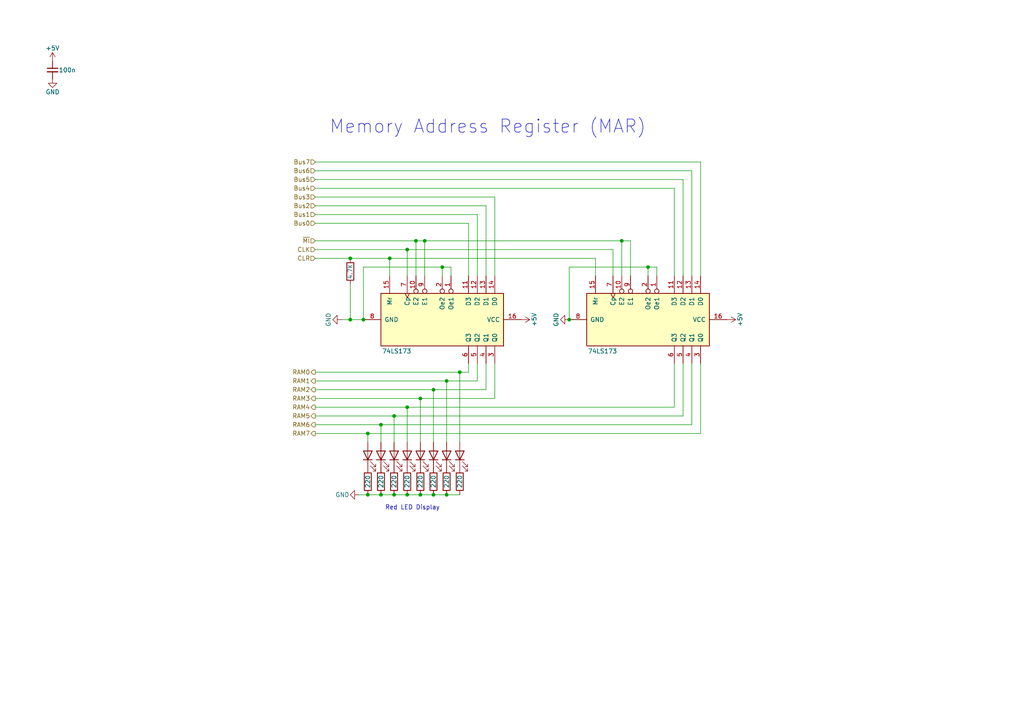
<source format=kicad_sch>
(kicad_sch (version 20250114) (generator "eeschema") (generator_version "9.0")
  (paper "A4")
  (lib_symbols
    (symbol "74xx:74LS173" (pin_names (offset 1.016))
      (property "Reference" "U" (at -7.62 19.05 0))
      (property "Value" "74LS173" (at -7.62 -19.05 0))
      (symbol "74LS173_1_0"
        (pin input line (at -12.7 15.24 0) (length 5.08) (name "D0") (number "14"))
        (pin input line (at -12.7 12.7 0) (length 5.08) (name "D1") (number "13"))
        (pin input line (at -12.7 10.16 0) (length 5.08) (name "D2") (number "12"))
        (pin input line (at -12.7 7.62 0) (length 5.08) (name "D3") (number "11"))
        (pin input inverted (at -12.7 2.54 0) (length 5.08) (name "Oe1") (number "1"))
        (pin input inverted (at -12.7 0 0) (length 5.08) (name "Oe2") (number "2"))
        (pin input inverted (at -12.7 -5.08 0) (length 5.08) (name "E1") (number "9"))
        (pin input inverted (at -12.7 -7.62 0) (length 5.08) (name "E2") (number "10"))
        (pin input clock (at -12.7 -10.16 0) (length 5.08) (name "Cp") (number "7"))
        (pin input line (at -12.7 -15.24 0) (length 5.08) (name "Mr") (number "15"))
        (pin power_in line (at 0 22.86 270) (length 5.08) (name "VCC") (number "16"))
        (pin power_in line (at 0 -22.86 90) (length 5.08) (name "GND") (number "8"))
        (pin tri_state line (at 12.7 15.24 180) (length 5.08) (name "Q0") (number "3"))
        (pin tri_state line (at 12.7 12.7 180) (length 5.08) (name "Q1") (number "4"))
        (pin tri_state line (at 12.7 10.16 180) (length 5.08) (name "Q2") (number "5"))
        (pin tri_state line (at 12.7 7.62 180) (length 5.08) (name "Q3") (number "6"))
      )
      (symbol "74LS173_1_1"
        (rectangle (start -7.62 17.78) (end 7.62 -17.78) (stroke (width 0.254)) (fill (type background)))
      )
    )
    (symbol "Device:C_Small" (pin_numbers (hide yes)) (pin_names (offset 0.254) (hide yes))
      (property "Reference" "C" (at 0.254 1.778 0))
      (property "Value" "C_Small" (at 0.254 -2.032 0))
      (symbol "C_Small_0_1"
        (polyline (pts (xy -1.524 0.508) (xy 1.524 0.508)) (stroke (width 0.3048)))
        (polyline (pts (xy -1.524 -0.508) (xy 1.524 -0.508)) (stroke (width 0.3302)))
      )
      (symbol "C_Small_1_1"
        (pin passive line (at 0 2.54 270) (length 2.032) (name "~") (number "1"))
        (pin passive line (at 0 -2.54 90) (length 2.032) (name "~") (number "2"))
      )
    )
    (symbol "Device:LED" (pin_numbers (hide yes)) (pin_names (offset 1.016) (hide yes))
      (property "Reference" "D" (at 0 2.54 0))
      (property "Value" "LED" (at 0 -2.54 0))
      (symbol "LED_0_1"
        (polyline (pts (xy -3.048 -0.762) (xy -4.572 -2.286) (xy -3.81 -2.286) (xy -4.572 -2.286) (xy -4.572 -1.524)))
        (polyline (pts (xy -1.778 -0.762) (xy -3.302 -2.286) (xy -2.54 -2.286) (xy -3.302 -2.286) (xy -3.302 -1.524)))
        (polyline (pts (xy -1.27 0) (xy 1.27 0)))
        (polyline (pts (xy -1.27 -1.27) (xy -1.27 1.27)) (stroke (width 0.254)))
        (polyline (pts (xy 1.27 -1.27) (xy 1.27 1.27) (xy -1.27 0) (xy 1.27 -1.27)) (stroke (width 0.254)))
      )
      (symbol "LED_1_1"
        (pin passive line (at -3.81 0 0) (length 2.54) (name "K") (number "1"))
        (pin passive line (at 3.81 0 180) (length 2.54) (name "A") (number "2"))
      )
    )
    (symbol "Device:R" (pin_numbers (hide yes)) (pin_names (offset 0))
      (property "Reference" "R" (at 2.032 0 90))
      (property "Value" "R" (at 0 0 90))
      (symbol "R_0_1"
        (rectangle (start -1.016 -2.54) (end 1.016 2.54) (stroke (width 0.254)))
      )
      (symbol "R_1_1"
        (pin passive line (at 0 3.81 270) (length 1.27) (name "~") (number "1"))
        (pin passive line (at 0 -3.81 90) (length 1.27) (name "~") (number "2"))
      )
    )
    (symbol "power:+5V" (power) (pin_numbers (hide yes)) (pin_names (offset 0) (hide yes))
      (property "Value" "+5V" (at 0 3.556 0))
      (symbol "+5V_0_1"
        (polyline (pts (xy -0.762 1.27) (xy 0 2.54)))
        (polyline (pts (xy 0 2.54) (xy 0.762 1.27)))
        (polyline (pts (xy 0 0) (xy 0 2.54)))
      )
      (symbol "+5V_1_1"
        (pin power_in line (at 0 0 90) (length 0) (name "~") (number "1"))
      )
    )
    (symbol "power:GND" (power) (pin_numbers (hide yes)) (pin_names (offset 0) (hide yes))
      (property "Value" "GND" (at 0 -3.81 0))
      (symbol "GND_0_1"
        (polyline (pts (xy 0 0) (xy 0 -1.27) (xy 1.27 -1.27) (xy 0 -2.54) (xy -1.27 -1.27) (xy 0 -1.27)))
      )
      (symbol "GND_1_1"
        (pin power_in line (at 0 0 270) (length 0) (name "~") (number "1"))
      )
    )
  )
  (text "Memory Address Register (MAR)" (at 141.478 36.83 0) (effects (font (size 3.81 3.81))))
  (text "Red LED Display" (at 119.634 147.32 0) (effects (font (size 1.27 1.27))))
  (junction (at 113.03 74.93))
  (junction (at 133.35 107.95))
  (junction (at 114.3 143.51))
  (junction (at 120.65 69.85))
  (junction (at 125.73 113.03))
  (junction (at 114.3 120.65))
  (junction (at 118.11 72.39))
  (junction (at 110.49 143.51))
  (junction (at 180.34 69.85))
  (junction (at 118.11 143.51))
  (junction (at 121.92 115.57))
  (junction (at 128.27 77.47))
  (junction (at 121.92 143.51))
  (junction (at 101.6 92.71))
  (junction (at 129.54 143.51))
  (junction (at 129.54 110.49))
  (junction (at 106.68 125.73))
  (junction (at 101.6 74.93))
  (junction (at 118.11 118.11))
  (junction (at 187.96 77.47))
  (junction (at 110.49 123.19))
  (junction (at 165.1 92.71))
  (junction (at 106.68 143.51))
  (junction (at 125.73 143.51))
  (junction (at 105.41 92.71))
  (junction (at 123.19 69.85))
  (wire (pts (xy 118.11 72.39) (xy 91.44 72.39)))
  (wire (pts (xy 118.11 118.11) (xy 118.11 128.27)))
  (wire (pts (xy 140.97 59.69) (xy 91.44 59.69)))
  (wire (pts (xy 113.03 74.93) (xy 101.6 74.93)))
  (wire (pts (xy 190.5 80.01) (xy 190.5 77.47)))
  (wire (pts (xy 106.68 125.73) (xy 203.2 125.73)))
  (wire (pts (xy 198.12 120.65) (xy 114.3 120.65)))
  (wire (pts (xy 198.12 105.41) (xy 198.12 120.65)))
  (wire (pts (xy 110.49 123.19) (xy 110.49 128.27)))
  (wire (pts (xy 135.89 80.01) (xy 135.89 64.77)))
  (wire (pts (xy 130.81 77.47) (xy 128.27 77.47)))
  (wire (pts (xy 140.97 80.01) (xy 140.97 59.69)))
  (wire (pts (xy 135.89 105.41) (xy 135.89 107.95)))
  (wire (pts (xy 120.65 69.85) (xy 91.44 69.85)))
  (wire (pts (xy 190.5 77.47) (xy 187.96 77.47)))
  (wire (pts (xy 101.6 92.71) (xy 105.41 92.71)))
  (wire (pts (xy 143.51 105.41) (xy 143.51 115.57)))
  (wire (pts (xy 91.44 118.11) (xy 118.11 118.11)))
  (wire (pts (xy 101.6 74.93) (xy 91.44 74.93)))
  (wire (pts (xy 106.68 143.51) (xy 104.14 143.51)))
  (wire (pts (xy 129.54 143.51) (xy 125.73 143.51)))
  (wire (pts (xy 182.88 80.01) (xy 182.88 69.85)))
  (wire (pts (xy 91.44 107.95) (xy 133.35 107.95)))
  (wire (pts (xy 203.2 46.99) (xy 91.44 46.99)))
  (wire (pts (xy 135.89 107.95) (xy 133.35 107.95)))
  (wire (pts (xy 180.34 69.85) (xy 123.19 69.85)))
  (wire (pts (xy 180.34 80.01) (xy 180.34 69.85)))
  (wire (pts (xy 91.44 123.19) (xy 110.49 123.19)))
  (wire (pts (xy 195.58 80.01) (xy 195.58 54.61)))
  (wire (pts (xy 123.19 80.01) (xy 123.19 69.85)))
  (wire (pts (xy 120.65 69.85) (xy 123.19 69.85)))
  (wire (pts (xy 91.44 120.65) (xy 114.3 120.65)))
  (wire (pts (xy 203.2 80.01) (xy 203.2 46.99)))
  (wire (pts (xy 140.97 105.41) (xy 140.97 113.03)))
  (wire (pts (xy 200.66 105.41) (xy 200.66 123.19)))
  (wire (pts (xy 138.43 105.41) (xy 138.43 110.49)))
  (wire (pts (xy 128.27 80.01) (xy 128.27 77.47)))
  (wire (pts (xy 200.66 49.53) (xy 91.44 49.53)))
  (wire (pts (xy 143.51 115.57) (xy 121.92 115.57)))
  (wire (pts (xy 172.72 74.93) (xy 113.03 74.93)))
  (wire (pts (xy 195.58 105.41) (xy 195.58 118.11)))
  (wire (pts (xy 198.12 80.01) (xy 198.12 52.07)))
  (wire (pts (xy 172.72 80.01) (xy 172.72 74.93)))
  (wire (pts (xy 99.06 92.71) (xy 101.6 92.71)))
  (wire (pts (xy 143.51 80.01) (xy 143.51 57.15)))
  (wire (pts (xy 113.03 80.01) (xy 113.03 74.93)))
  (wire (pts (xy 187.96 80.01) (xy 187.96 77.47)))
  (wire (pts (xy 200.66 80.01) (xy 200.66 49.53)))
  (wire (pts (xy 129.54 110.49) (xy 129.54 128.27)))
  (wire (pts (xy 114.3 120.65) (xy 114.3 128.27)))
  (wire (pts (xy 114.3 143.51) (xy 110.49 143.51)))
  (wire (pts (xy 187.96 77.47) (xy 165.1 77.47)))
  (wire (pts (xy 125.73 143.51) (xy 121.92 143.51)))
  (wire (pts (xy 125.73 113.03) (xy 125.73 128.27)))
  (wire (pts (xy 177.8 72.39) (xy 118.11 72.39)))
  (wire (pts (xy 118.11 80.01) (xy 118.11 72.39)))
  (wire (pts (xy 133.35 143.51) (xy 129.54 143.51)))
  (wire (pts (xy 128.27 77.47) (xy 105.41 77.47)))
  (wire (pts (xy 91.44 113.03) (xy 125.73 113.03)))
  (wire (pts (xy 195.58 54.61) (xy 91.44 54.61)))
  (wire (pts (xy 165.1 77.47) (xy 165.1 92.71)))
  (wire (pts (xy 135.89 64.77) (xy 91.44 64.77)))
  (wire (pts (xy 101.6 82.55) (xy 101.6 92.71)))
  (wire (pts (xy 91.44 62.23) (xy 138.43 62.23)))
  (wire (pts (xy 110.49 143.51) (xy 106.68 143.51)))
  (wire (pts (xy 91.44 115.57) (xy 121.92 115.57)))
  (wire (pts (xy 182.88 69.85) (xy 180.34 69.85)))
  (wire (pts (xy 130.81 80.01) (xy 130.81 77.47)))
  (wire (pts (xy 138.43 110.49) (xy 129.54 110.49)))
  (wire (pts (xy 121.92 143.51) (xy 118.11 143.51)))
  (wire (pts (xy 120.65 69.85) (xy 120.65 80.01)))
  (wire (pts (xy 138.43 80.01) (xy 138.43 62.23)))
  (wire (pts (xy 106.68 128.27) (xy 106.68 125.73)))
  (wire (pts (xy 177.8 80.01) (xy 177.8 72.39)))
  (wire (pts (xy 203.2 105.41) (xy 203.2 125.73)))
  (wire (pts (xy 143.51 57.15) (xy 91.44 57.15)))
  (wire (pts (xy 140.97 113.03) (xy 125.73 113.03)))
  (wire (pts (xy 118.11 143.51) (xy 114.3 143.51)))
  (wire (pts (xy 105.41 77.47) (xy 105.41 92.71)))
  (wire (pts (xy 121.92 115.57) (xy 121.92 128.27)))
  (wire (pts (xy 133.35 107.95) (xy 133.35 128.27)))
  (wire (pts (xy 91.44 110.49) (xy 129.54 110.49)))
  (wire (pts (xy 200.66 123.19) (xy 110.49 123.19)))
  (wire (pts (xy 198.12 52.07) (xy 91.44 52.07)))
  (wire (pts (xy 91.44 125.73) (xy 106.68 125.73)))
  (wire (pts (xy 195.58 118.11) (xy 118.11 118.11)))
  (hierarchical_label "Bus3" (shape input) (at 91.44 57.15 180))
  (hierarchical_label "RAM0" (shape output) (at 91.44 107.95 180))
  (hierarchical_label "RAM1" (shape output) (at 91.44 110.49 180))
  (hierarchical_label "RAM5" (shape output) (at 91.44 120.65 180))
  (hierarchical_label "CLR" (shape input) (at 91.44 74.93 180))
  (hierarchical_label "Bus4" (shape input) (at 91.44 54.61 180))
  (hierarchical_label "Bus1" (shape input) (at 91.44 62.23 180))
  (hierarchical_label "RAM7" (shape output) (at 91.44 125.73 180))
  (hierarchical_label "Bus7" (shape input) (at 91.44 46.99 180))
  (hierarchical_label "RAM6" (shape output) (at 91.44 123.19 180))
  (hierarchical_label "Bus2" (shape input) (at 91.44 59.69 180))
  (hierarchical_label "RAM2" (shape output) (at 91.44 113.03 180))
  (hierarchical_label "Bus0" (shape input) (at 91.44 64.77 180))
  (hierarchical_label "RAM3" (shape output) (at 91.44 115.57 180))
  (hierarchical_label "~{MI}" (shape input) (at 91.44 69.85 180))
  (hierarchical_label "RAM4" (shape output) (at 91.44 118.11 180))
  (hierarchical_label "CLK" (shape input) (at 91.44 72.39 180))
  (hierarchical_label "Bus5" (shape input) (at 91.44 52.07 180))
  (hierarchical_label "Bus6" (shape input) (at 91.44 49.53 180))
  (symbol (lib_id "power:GND") (at 99.06 92.71 270) (unit 1)
    (property "Reference" "#PWR035" (effects (hide yes)))
    (property "Value" "GND" (at 95.25 90.678 0) (effects (justify left)))
    (property "Description" "Power symbol creates a global label with name \"GND\" , ground" (effects (hide yes)))
  )
  (symbol (lib_id "power:GND") (at 104.14 143.51 270) (unit 1)
    (property "Reference" "#PWR027" (effects (hide yes)))
    (property "Value" "GND" (at 101.346 143.51 90) (effects (justify right)))
    (property "Description" "Power symbol creates a global label with name \"GND\" , ground" (effects (hide yes)))
  )
  (symbol (lib_id "Device:LED") (at 125.73 132.08 90) (unit 1)
    (property "Reference" "D14" (effects (hide yes)))
    (property "Value" "RED" (effects (hide yes)))
    (property "Footprint" "LED_THT:LED_D5.0mm" (effects (hide yes)))
    (property "Description" "Light emitting diode" (effects (hide yes)))
    (property "Sim.Pins" "1=K 2=A" (effects (hide yes)))
  )
  (symbol (lib_id "power:+5V") (at 151.13 92.71 270) (unit 1)
    (property "Reference" "#PWR036" (effects (hide yes)))
    (property "Value" "+5V" (at 154.94 92.71 0))
    (property "Description" "Power symbol creates a global label with name \"+5V\"" (effects (hide yes)))
  )
  (symbol (lib_id "Device:R") (at 106.68 139.7 180) (unit 1)
    (property "Reference" "R25" (effects (hide yes)))
    (property "Value" "220" (at 106.68 139.7 90))
    (property "Footprint" "Resistor_THT:R_Axial_DIN0207_L6.3mm_D2.5mm_P7.62mm_Horizontal" (effects (hide yes)))
    (property "Description" "Resistor" (effects (hide yes)))
  )
  (symbol (lib_id "Device:R") (at 125.73 139.7 180) (unit 1)
    (property "Reference" "R20" (effects (hide yes)))
    (property "Value" "220" (at 125.73 139.7 90))
    (property "Footprint" "Resistor_THT:R_Axial_DIN0207_L6.3mm_D2.5mm_P7.62mm_Horizontal" (effects (hide yes)))
    (property "Description" "Resistor" (effects (hide yes)))
  )
  (symbol (lib_id "Device:C_Small") (at 15.24 20.32 0) (unit 1)
    (property "Reference" "C7" (effects (hide yes)))
    (property "Value" "100n" (at 17.018 20.32 0) (effects (justify left)))
    (property "Footprint" "Capacitor_THT:C_Disc_D5.0mm_W2.5mm_P5.00mm" (effects (hide yes)))
    (property "Description" "Unpolarized capacitor, small symbol" (effects (hide yes)))
  )
  (symbol (lib_id "Device:LED") (at 110.49 132.08 90) (unit 1)
    (property "Reference" "D18" (effects (hide yes)))
    (property "Value" "RED" (effects (hide yes)))
    (property "Footprint" "LED_THT:LED_D5.0mm" (effects (hide yes)))
    (property "Description" "Light emitting diode" (effects (hide yes)))
    (property "Sim.Pins" "1=K 2=A" (effects (hide yes)))
  )
  (symbol (lib_id "Device:LED") (at 118.11 132.08 90) (unit 1)
    (property "Reference" "D16" (effects (hide yes)))
    (property "Value" "RED" (effects (hide yes)))
    (property "Footprint" "LED_THT:LED_D5.0mm" (effects (hide yes)))
    (property "Description" "Light emitting diode" (effects (hide yes)))
    (property "Sim.Pins" "1=K 2=A" (effects (hide yes)))
  )
  (symbol (lib_id "Device:R") (at 121.92 139.7 180) (unit 1)
    (property "Reference" "R21" (effects (hide yes)))
    (property "Value" "220" (at 121.92 139.7 90))
    (property "Footprint" "Resistor_THT:R_Axial_DIN0207_L6.3mm_D2.5mm_P7.62mm_Horizontal" (effects (hide yes)))
    (property "Description" "Resistor" (effects (hide yes)))
  )
  (symbol (lib_id "Device:LED") (at 114.3 132.08 90) (unit 1)
    (property "Reference" "D17" (effects (hide yes)))
    (property "Value" "RED" (effects (hide yes)))
    (property "Footprint" "LED_THT:LED_D5.0mm" (effects (hide yes)))
    (property "Description" "Light emitting diode" (effects (hide yes)))
    (property "Sim.Pins" "1=K 2=A" (effects (hide yes)))
  )
  (symbol (lib_id "74xx:74LS173") (at 128.27 92.71 270) (unit 1)
    (property "Reference" "U7" (effects (hide yes)))
    (property "Value" "74LS173" (at 115.062 101.854 90))
    (property "Footprint" "Package_DIP:DIP-16_W7.62mm_Socket_LongPads" (effects (hide yes)))
    (property "Datasheet" "http://www.ti.com/lit/gpn/sn74LS173" (effects (hide yes)))
    (property "Description" "4-bit D-type Register, 3 state out" (effects (hide yes)))
  )
  (symbol (lib_id "Device:R") (at 118.11 139.7 180) (unit 1)
    (property "Reference" "R22" (effects (hide yes)))
    (property "Value" "220" (at 118.11 139.7 90))
    (property "Footprint" "Resistor_THT:R_Axial_DIN0207_L6.3mm_D2.5mm_P7.62mm_Horizontal" (effects (hide yes)))
    (property "Description" "Resistor" (effects (hide yes)))
  )
  (symbol (lib_id "74xx:74LS173") (at 187.96 92.71 270) (unit 1)
    (property "Reference" "U8" (effects (hide yes)))
    (property "Value" "74LS173" (at 174.752 101.854 90))
    (property "Footprint" "Package_DIP:DIP-16_W7.62mm_Socket_LongPads" (effects (hide yes)))
    (property "Datasheet" "http://www.ti.com/lit/gpn/sn74LS173" (effects (hide yes)))
    (property "Description" "4-bit D-type Register, 3 state out" (effects (hide yes)))
  )
  (symbol (lib_id "Device:R") (at 133.35 139.7 180) (unit 1)
    (property "Reference" "R18" (effects (hide yes)))
    (property "Value" "220" (at 133.35 139.7 90))
    (property "Footprint" "Resistor_THT:R_Axial_DIN0207_L6.3mm_D2.5mm_P7.62mm_Horizontal" (effects (hide yes)))
    (property "Description" "Resistor" (effects (hide yes)))
  )
  (symbol (lib_id "Device:LED") (at 121.92 132.08 90) (unit 1)
    (property "Reference" "D15" (effects (hide yes)))
    (property "Value" "RED" (effects (hide yes)))
    (property "Footprint" "LED_THT:LED_D5.0mm" (effects (hide yes)))
    (property "Description" "Light emitting diode" (effects (hide yes)))
    (property "Sim.Pins" "1=K 2=A" (effects (hide yes)))
  )
  (symbol (lib_id "power:GND") (at 15.24 22.86 0) (unit 1)
    (property "Reference" "#PWR034" (effects (hide yes)))
    (property "Value" "GND" (at 13.208 26.67 0) (effects (justify left)))
    (property "Description" "Power symbol creates a global label with name \"GND\" , ground" (effects (hide yes)))
  )
  (symbol (lib_id "Device:R") (at 114.3 139.7 180) (unit 1)
    (property "Reference" "R23" (effects (hide yes)))
    (property "Value" "220" (at 114.3 139.7 90))
    (property "Footprint" "Resistor_THT:R_Axial_DIN0207_L6.3mm_D2.5mm_P7.62mm_Horizontal" (effects (hide yes)))
    (property "Description" "Resistor" (effects (hide yes)))
  )
  (symbol (lib_id "Device:R") (at 129.54 139.7 180) (unit 1)
    (property "Reference" "R19" (effects (hide yes)))
    (property "Value" "220" (at 129.54 139.7 90))
    (property "Footprint" "Resistor_THT:R_Axial_DIN0207_L6.3mm_D2.5mm_P7.62mm_Horizontal" (effects (hide yes)))
    (property "Description" "Resistor" (effects (hide yes)))
  )
  (symbol (lib_id "power:GND") (at 165.1 92.71 270) (unit 1)
    (property "Reference" "#PWR015" (effects (hide yes)))
    (property "Value" "GND" (at 161.29 90.678 0) (effects (justify left)))
    (property "Description" "Power symbol creates a global label with name \"GND\" , ground" (effects (hide yes)))
  )
  (symbol (lib_id "Device:LED") (at 106.68 132.08 90) (unit 1)
    (property "Reference" "D19" (effects (hide yes)))
    (property "Value" "RED" (effects (hide yes)))
    (property "Footprint" "LED_THT:LED_D5.0mm" (effects (hide yes)))
    (property "Description" "Light emitting diode" (effects (hide yes)))
    (property "Sim.Pins" "1=K 2=A" (effects (hide yes)))
  )
  (symbol (lib_id "Device:LED") (at 129.54 132.08 90) (unit 1)
    (property "Reference" "D13" (effects (hide yes)))
    (property "Value" "RED" (effects (hide yes)))
    (property "Footprint" "LED_THT:LED_D5.0mm" (effects (hide yes)))
    (property "Description" "Light emitting diode" (effects (hide yes)))
    (property "Sim.Pins" "1=K 2=A" (effects (hide yes)))
  )
  (symbol (lib_id "Device:R") (at 110.49 139.7 180) (unit 1)
    (property "Reference" "R24" (effects (hide yes)))
    (property "Value" "220" (at 110.49 139.7 90))
    (property "Footprint" "Resistor_THT:R_Axial_DIN0207_L6.3mm_D2.5mm_P7.62mm_Horizontal" (effects (hide yes)))
    (property "Description" "Resistor" (effects (hide yes)))
  )
  (symbol (lib_id "power:+5V") (at 15.24 17.78 0) (unit 1)
    (property "Reference" "#PWR033" (effects (hide yes)))
    (property "Value" "+5V" (at 15.24 13.97 0))
    (property "Description" "Power symbol creates a global label with name \"+5V\"" (effects (hide yes)))
  )
  (symbol (lib_id "power:+5V") (at 210.82 92.71 270) (unit 1)
    (property "Reference" "#PWR020" (effects (hide yes)))
    (property "Value" "+5V" (at 214.63 92.71 0))
    (property "Description" "Power symbol creates a global label with name \"+5V\"" (effects (hide yes)))
  )
  (symbol (lib_id "Device:LED") (at 133.35 132.08 90) (unit 1)
    (property "Reference" "D12" (effects (hide yes)))
    (property "Value" "RED" (effects (hide yes)))
    (property "Footprint" "LED_THT:LED_D5.0mm" (effects (hide yes)))
    (property "Description" "Light emitting diode" (effects (hide yes)))
    (property "Sim.Pins" "1=K 2=A" (effects (hide yes)))
  )
  (symbol (lib_id "Device:R") (at 101.6 78.74 0) (unit 1)
    (property "Reference" "R17" (effects (hide yes)))
    (property "Value" "4.7K" (at 101.6 78.74 90))
    (property "Footprint" "Resistor_THT:R_Axial_DIN0207_L6.3mm_D2.5mm_P7.62mm_Horizontal" (effects (hide yes)))
    (property "Description" "Resistor" (effects (hide yes)))
  )
)
</source>
